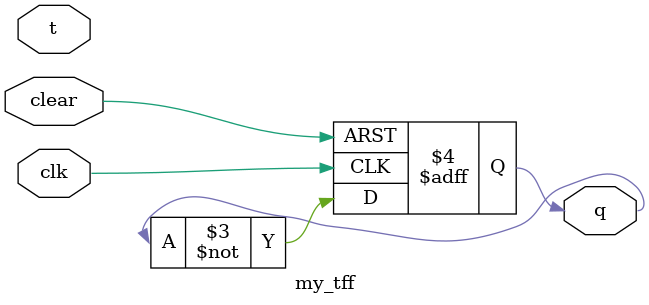
<source format=v>
module my_tff (clk, clear, t, q);
  input clk, clear, t;
  output q;
  reg q;

  always @ ( posedge clk, negedge clear )
    begin
      if (clear == 1'b0)
        q <= 0;
      else
        q <= ~q;
  end
endmodule // tff

</source>
